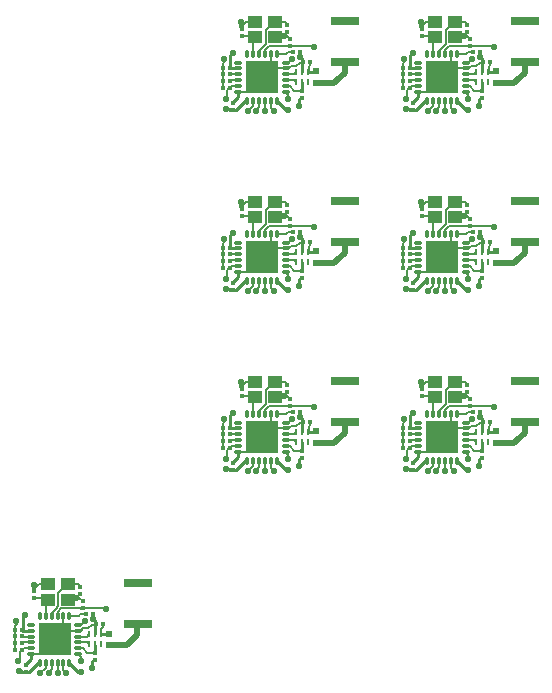
<source format=gtl>
%FSLAX24Y24*%
%MOIN*%
G70*
G01*
G75*
G04 Layer_Physical_Order=1*
G04 Layer_Color=255*
%ADD10R,0.0472X0.0394*%
%ADD11R,0.0472X0.0394*%
%ADD12R,0.0118X0.0118*%
%ADD13R,0.0118X0.0118*%
%ADD14R,0.0098X0.0217*%
%ADD15R,0.0945X0.0295*%
%ADD16R,0.1102X0.1102*%
%ADD17O,0.0295X0.0118*%
%ADD18O,0.0118X0.0295*%
%ADD19R,0.0197X0.0197*%
%ADD20C,0.0080*%
%ADD21C,0.0100*%
%ADD22C,0.0060*%
%ADD23C,0.0200*%
%ADD24C,0.0120*%
%ADD25C,0.0090*%
%ADD26C,0.0220*%
D10*
X17099Y18740D02*
D03*
Y19252D02*
D03*
X16430D02*
D03*
X23343Y25989D02*
D03*
X24012D02*
D03*
Y25478D02*
D03*
X29343Y25989D02*
D03*
X30012D02*
D03*
Y25478D02*
D03*
X23343Y31989D02*
D03*
X24012D02*
D03*
Y31478D02*
D03*
X29343Y31989D02*
D03*
X30012D02*
D03*
Y31478D02*
D03*
X23343Y37989D02*
D03*
X24012D02*
D03*
Y37478D02*
D03*
X29343Y37989D02*
D03*
X30012D02*
D03*
Y37478D02*
D03*
D11*
X16430Y18740D02*
D03*
X23343Y25478D02*
D03*
X29343D02*
D03*
X23343Y31478D02*
D03*
X29343D02*
D03*
X23343Y37478D02*
D03*
X29343D02*
D03*
D12*
X15342Y17060D02*
D03*
X15578D02*
D03*
X17682Y18250D02*
D03*
X17918D02*
D03*
X15578Y17290D02*
D03*
X15342D02*
D03*
Y17510D02*
D03*
X15578D02*
D03*
Y17730D02*
D03*
X15342D02*
D03*
X18030Y17910D02*
D03*
X18266D02*
D03*
X25179Y24648D02*
D03*
X24943D02*
D03*
X22255Y24468D02*
D03*
X22491D02*
D03*
Y24248D02*
D03*
X22255D02*
D03*
Y24028D02*
D03*
X22491D02*
D03*
X24831Y24988D02*
D03*
X24595D02*
D03*
X22491Y23798D02*
D03*
X22255D02*
D03*
X31179Y24648D02*
D03*
X30943D02*
D03*
X28255Y24468D02*
D03*
X28491D02*
D03*
Y24248D02*
D03*
X28255D02*
D03*
Y24028D02*
D03*
X28491D02*
D03*
X30831Y24988D02*
D03*
X30595D02*
D03*
X28491Y23798D02*
D03*
X28255D02*
D03*
X25179Y30648D02*
D03*
X24943D02*
D03*
X22255Y30468D02*
D03*
X22491D02*
D03*
Y30248D02*
D03*
X22255D02*
D03*
Y30028D02*
D03*
X22491D02*
D03*
X24831Y30988D02*
D03*
X24595D02*
D03*
X22491Y29798D02*
D03*
X22255D02*
D03*
X31179Y30648D02*
D03*
X30943D02*
D03*
X28255Y30468D02*
D03*
X28491D02*
D03*
Y30248D02*
D03*
X28255D02*
D03*
Y30028D02*
D03*
X28491D02*
D03*
X30831Y30988D02*
D03*
X30595D02*
D03*
X28491Y29798D02*
D03*
X28255D02*
D03*
X25179Y36648D02*
D03*
X24943D02*
D03*
X22255Y36468D02*
D03*
X22491D02*
D03*
Y36248D02*
D03*
X22255D02*
D03*
Y36028D02*
D03*
X22491D02*
D03*
X24831Y36988D02*
D03*
X24595D02*
D03*
X22491Y35798D02*
D03*
X22255D02*
D03*
X31179Y36648D02*
D03*
X30943D02*
D03*
X28255Y36468D02*
D03*
X28491D02*
D03*
Y36248D02*
D03*
X28255D02*
D03*
Y36028D02*
D03*
X28491D02*
D03*
X30831Y36988D02*
D03*
X30595D02*
D03*
X28491Y35798D02*
D03*
X28255D02*
D03*
D13*
X15700Y16568D02*
D03*
Y16332D02*
D03*
X17990Y16958D02*
D03*
Y16722D02*
D03*
X17590Y18452D02*
D03*
Y18688D02*
D03*
X15980Y18782D02*
D03*
Y19018D02*
D03*
X17500Y18932D02*
D03*
Y19168D02*
D03*
X24413Y25906D02*
D03*
Y25669D02*
D03*
X22893Y25756D02*
D03*
Y25519D02*
D03*
X24503Y25426D02*
D03*
Y25189D02*
D03*
X24903Y23459D02*
D03*
Y23696D02*
D03*
X22613Y23069D02*
D03*
Y23306D02*
D03*
X30413Y25906D02*
D03*
Y25669D02*
D03*
X28893Y25756D02*
D03*
Y25519D02*
D03*
X30503Y25426D02*
D03*
Y25189D02*
D03*
X30903Y23459D02*
D03*
Y23696D02*
D03*
X28613Y23069D02*
D03*
Y23306D02*
D03*
X24413Y31906D02*
D03*
Y31669D02*
D03*
X22893Y31756D02*
D03*
Y31519D02*
D03*
X24503Y31426D02*
D03*
Y31189D02*
D03*
X24903Y29459D02*
D03*
Y29696D02*
D03*
X22613Y29069D02*
D03*
Y29306D02*
D03*
X30413Y31906D02*
D03*
Y31669D02*
D03*
X28893Y31756D02*
D03*
Y31519D02*
D03*
X30503Y31426D02*
D03*
Y31189D02*
D03*
X30903Y29459D02*
D03*
Y29696D02*
D03*
X28613Y29069D02*
D03*
Y29306D02*
D03*
X24413Y37906D02*
D03*
Y37669D02*
D03*
X22893Y37756D02*
D03*
Y37519D02*
D03*
X24503Y37426D02*
D03*
Y37189D02*
D03*
X24903Y35459D02*
D03*
Y35696D02*
D03*
X22613Y35069D02*
D03*
Y35306D02*
D03*
X30413Y37906D02*
D03*
Y37669D02*
D03*
X28893Y37756D02*
D03*
Y37519D02*
D03*
X30503Y37426D02*
D03*
Y37189D02*
D03*
X30903Y35459D02*
D03*
Y35696D02*
D03*
X28613Y35069D02*
D03*
Y35306D02*
D03*
D14*
X17993Y17580D02*
D03*
X18190D02*
D03*
Y17245D02*
D03*
X17993D02*
D03*
X17796Y17580D02*
D03*
Y17245D02*
D03*
X24709Y23983D02*
D03*
Y24318D02*
D03*
X24906Y23983D02*
D03*
X25103D02*
D03*
Y24318D02*
D03*
X24906D02*
D03*
X30709Y23983D02*
D03*
Y24318D02*
D03*
X30906Y23983D02*
D03*
X31103D02*
D03*
Y24318D02*
D03*
X30906D02*
D03*
X24709Y29983D02*
D03*
Y30318D02*
D03*
X24906Y29983D02*
D03*
X25103D02*
D03*
Y30318D02*
D03*
X24906D02*
D03*
X30709Y29983D02*
D03*
Y30318D02*
D03*
X30906Y29983D02*
D03*
X31103D02*
D03*
Y30318D02*
D03*
X30906D02*
D03*
X24709Y35983D02*
D03*
Y36318D02*
D03*
X24906Y35983D02*
D03*
X25103D02*
D03*
Y36318D02*
D03*
X24906D02*
D03*
X30709Y35983D02*
D03*
Y36318D02*
D03*
X30906Y35983D02*
D03*
X31103D02*
D03*
Y36318D02*
D03*
X30906D02*
D03*
D15*
X19430Y17930D02*
D03*
Y19288D02*
D03*
X26343Y26026D02*
D03*
Y24668D02*
D03*
X32343Y26026D02*
D03*
Y24668D02*
D03*
X26343Y32026D02*
D03*
Y30668D02*
D03*
X32343Y32026D02*
D03*
Y30668D02*
D03*
X26343Y38026D02*
D03*
Y36668D02*
D03*
X32343Y38026D02*
D03*
Y36668D02*
D03*
D16*
X16650Y17410D02*
D03*
X23563Y24148D02*
D03*
X29563D02*
D03*
X23563Y30148D02*
D03*
X29563D02*
D03*
X23563Y36148D02*
D03*
X29563D02*
D03*
D17*
X15863Y17705D02*
D03*
Y17508D02*
D03*
Y17312D02*
D03*
Y17115D02*
D03*
Y16918D02*
D03*
X17437Y17115D02*
D03*
Y17312D02*
D03*
Y17508D02*
D03*
Y17705D02*
D03*
Y17902D02*
D03*
X15863D02*
D03*
X17437Y16918D02*
D03*
X24350Y23655D02*
D03*
X22776Y24640D02*
D03*
X24350D02*
D03*
Y24443D02*
D03*
Y24246D02*
D03*
Y24049D02*
D03*
Y23852D02*
D03*
X22776Y23655D02*
D03*
Y23852D02*
D03*
Y24049D02*
D03*
Y24246D02*
D03*
Y24443D02*
D03*
X30350Y23655D02*
D03*
X28776Y24640D02*
D03*
X30350D02*
D03*
Y24443D02*
D03*
Y24246D02*
D03*
Y24049D02*
D03*
Y23852D02*
D03*
X28776Y23655D02*
D03*
Y23852D02*
D03*
Y24049D02*
D03*
Y24246D02*
D03*
Y24443D02*
D03*
X24350Y29655D02*
D03*
X22776Y30640D02*
D03*
X24350D02*
D03*
Y30443D02*
D03*
Y30246D02*
D03*
Y30049D02*
D03*
Y29852D02*
D03*
X22776Y29655D02*
D03*
Y29852D02*
D03*
Y30049D02*
D03*
Y30246D02*
D03*
Y30443D02*
D03*
X30350Y29655D02*
D03*
X28776Y30640D02*
D03*
X30350D02*
D03*
Y30443D02*
D03*
Y30246D02*
D03*
Y30049D02*
D03*
Y29852D02*
D03*
X28776Y29655D02*
D03*
Y29852D02*
D03*
Y30049D02*
D03*
Y30246D02*
D03*
Y30443D02*
D03*
X24350Y35655D02*
D03*
X22776Y36640D02*
D03*
X24350D02*
D03*
Y36443D02*
D03*
Y36246D02*
D03*
Y36049D02*
D03*
Y35852D02*
D03*
X22776Y35655D02*
D03*
Y35852D02*
D03*
Y36049D02*
D03*
Y36246D02*
D03*
Y36443D02*
D03*
X30350Y35655D02*
D03*
X28776Y36640D02*
D03*
X30350D02*
D03*
Y36443D02*
D03*
Y36246D02*
D03*
Y36049D02*
D03*
Y35852D02*
D03*
X28776Y35655D02*
D03*
Y35852D02*
D03*
Y36049D02*
D03*
Y36246D02*
D03*
Y36443D02*
D03*
D18*
X16158Y16623D02*
D03*
X17142Y18197D02*
D03*
X16945D02*
D03*
X16748D02*
D03*
X16552D02*
D03*
X16355D02*
D03*
Y16623D02*
D03*
X16552D02*
D03*
X16748D02*
D03*
X16945D02*
D03*
X17142D02*
D03*
X16158Y18197D02*
D03*
X23071Y24935D02*
D03*
X24055Y23360D02*
D03*
X23858D02*
D03*
X23661D02*
D03*
X23465D02*
D03*
X23268D02*
D03*
Y24935D02*
D03*
X23465D02*
D03*
X23661D02*
D03*
X23858D02*
D03*
X24055D02*
D03*
X23071Y23360D02*
D03*
X29071Y24935D02*
D03*
X30055Y23360D02*
D03*
X29858D02*
D03*
X29661D02*
D03*
X29465D02*
D03*
X29268D02*
D03*
Y24935D02*
D03*
X29465D02*
D03*
X29661D02*
D03*
X29858D02*
D03*
X30055D02*
D03*
X29071Y23360D02*
D03*
X23071Y30935D02*
D03*
X24055Y29360D02*
D03*
X23858D02*
D03*
X23661D02*
D03*
X23465D02*
D03*
X23268D02*
D03*
Y30935D02*
D03*
X23465D02*
D03*
X23661D02*
D03*
X23858D02*
D03*
X24055D02*
D03*
X23071Y29360D02*
D03*
X29071Y30935D02*
D03*
X30055Y29360D02*
D03*
X29858D02*
D03*
X29661D02*
D03*
X29465D02*
D03*
X29268D02*
D03*
Y30935D02*
D03*
X29465D02*
D03*
X29661D02*
D03*
X29858D02*
D03*
X30055D02*
D03*
X29071Y29360D02*
D03*
X23071Y36935D02*
D03*
X24055Y35360D02*
D03*
X23858D02*
D03*
X23661D02*
D03*
X23465D02*
D03*
X23268D02*
D03*
Y36935D02*
D03*
X23465D02*
D03*
X23661D02*
D03*
X23858D02*
D03*
X24055D02*
D03*
X23071Y35360D02*
D03*
X29071Y36935D02*
D03*
X30055Y35360D02*
D03*
X29858D02*
D03*
X29661D02*
D03*
X29465D02*
D03*
X29268D02*
D03*
Y36935D02*
D03*
X29465D02*
D03*
X29661D02*
D03*
X29858D02*
D03*
X30055D02*
D03*
X29071Y35360D02*
D03*
D19*
X18460Y17607D02*
D03*
Y17213D02*
D03*
X25373Y23951D02*
D03*
Y24344D02*
D03*
X31373Y23951D02*
D03*
Y24344D02*
D03*
X25373Y29951D02*
D03*
Y30344D02*
D03*
X31373Y29951D02*
D03*
Y30344D02*
D03*
X25373Y35951D02*
D03*
Y36344D02*
D03*
X31373Y35951D02*
D03*
Y36344D02*
D03*
D20*
X17532Y17902D02*
X17650Y18020D01*
X17437Y17902D02*
X17532D01*
X16650Y17410D02*
X16945Y17705D01*
X16158Y16918D02*
X16650Y17410D01*
X15342Y17862D02*
X15400Y17920D01*
X15342Y17730D02*
Y17862D01*
Y17060D02*
Y17290D01*
Y17510D01*
Y17730D01*
X16945Y17705D02*
Y18197D01*
Y17705D02*
X17437D01*
X15863Y16918D02*
X16158D01*
X16748Y16292D02*
Y16623D01*
Y16292D02*
X16750Y16290D01*
X16945Y16395D02*
Y16623D01*
Y16395D02*
X17040Y16300D01*
X15660Y18220D02*
X15670D01*
X15380Y17940D02*
X15400Y17920D01*
X15380Y17940D02*
Y18010D01*
X17437Y17115D02*
X17585D01*
X17732Y16968D01*
X17990D01*
X18210Y17766D02*
X18266Y17822D01*
Y17910D01*
X18210Y17580D02*
Y17766D01*
X17437Y17508D02*
X17725D01*
X17796Y17580D01*
X17437Y17312D02*
X17730D01*
X17796Y17245D01*
X24643Y24049D02*
X24709Y23983D01*
X24350Y24049D02*
X24643D01*
X24638Y24246D02*
X24709Y24318D01*
X24350Y24246D02*
X24638D01*
X25123Y24318D02*
Y24504D01*
X25179Y24560D02*
Y24648D01*
X25123Y24504D02*
X25179Y24560D01*
X24645Y23706D02*
X24903D01*
X24498Y23852D02*
X24645Y23706D01*
X24350Y23852D02*
X24498D01*
X22293Y24678D02*
Y24748D01*
Y24678D02*
X22313Y24658D01*
X22573Y24958D02*
X22583D01*
X23858Y23132D02*
X23953Y23038D01*
X23858Y23132D02*
Y23360D01*
X23661Y23029D02*
X23663Y23028D01*
X23661Y23029D02*
Y23360D01*
X22776Y23655D02*
X23071D01*
X23858Y24443D02*
X24350D01*
X23858D02*
Y24935D01*
X22255Y24248D02*
Y24468D01*
Y24028D02*
Y24248D01*
Y23798D02*
Y24028D01*
Y24468D02*
Y24599D01*
X22313Y24658D01*
X23071Y23655D02*
X23563Y24148D01*
X23858Y24443D01*
X24350Y24640D02*
X24445D01*
X24563Y24758D01*
X30643Y24049D02*
X30709Y23983D01*
X30350Y24049D02*
X30643D01*
X30638Y24246D02*
X30709Y24318D01*
X30350Y24246D02*
X30638D01*
X31123Y24318D02*
Y24504D01*
X31179Y24560D02*
Y24648D01*
X31123Y24504D02*
X31179Y24560D01*
X30645Y23706D02*
X30903D01*
X30498Y23852D02*
X30645Y23706D01*
X30350Y23852D02*
X30498D01*
X28293Y24678D02*
Y24748D01*
Y24678D02*
X28313Y24658D01*
X28573Y24958D02*
X28583D01*
X29858Y23132D02*
X29953Y23038D01*
X29858Y23132D02*
Y23360D01*
X29661Y23029D02*
X29663Y23028D01*
X29661Y23029D02*
Y23360D01*
X28776Y23655D02*
X29071D01*
X29858Y24443D02*
X30350D01*
X29858D02*
Y24935D01*
X28255Y24248D02*
Y24468D01*
Y24028D02*
Y24248D01*
Y23798D02*
Y24028D01*
Y24468D02*
Y24599D01*
X28313Y24658D01*
X29071Y23655D02*
X29563Y24148D01*
X29858Y24443D01*
X30350Y24640D02*
X30445D01*
X30563Y24758D01*
X24643Y30049D02*
X24709Y29983D01*
X24350Y30049D02*
X24643D01*
X24638Y30246D02*
X24709Y30318D01*
X24350Y30246D02*
X24638D01*
X25123Y30318D02*
Y30504D01*
X25179Y30560D02*
Y30648D01*
X25123Y30504D02*
X25179Y30560D01*
X24645Y29706D02*
X24903D01*
X24498Y29852D02*
X24645Y29706D01*
X24350Y29852D02*
X24498D01*
X22293Y30678D02*
Y30748D01*
Y30678D02*
X22313Y30658D01*
X22573Y30958D02*
X22583D01*
X23858Y29132D02*
X23953Y29038D01*
X23858Y29132D02*
Y29360D01*
X23661Y29029D02*
X23663Y29028D01*
X23661Y29029D02*
Y29360D01*
X22776Y29655D02*
X23071D01*
X23858Y30443D02*
X24350D01*
X23858D02*
Y30935D01*
X22255Y30248D02*
Y30468D01*
Y30028D02*
Y30248D01*
Y29798D02*
Y30028D01*
Y30468D02*
Y30599D01*
X22313Y30658D01*
X23071Y29655D02*
X23563Y30148D01*
X23858Y30443D01*
X24350Y30640D02*
X24445D01*
X24563Y30758D01*
X30643Y30049D02*
X30709Y29983D01*
X30350Y30049D02*
X30643D01*
X30638Y30246D02*
X30709Y30318D01*
X30350Y30246D02*
X30638D01*
X31123Y30318D02*
Y30504D01*
X31179Y30560D02*
Y30648D01*
X31123Y30504D02*
X31179Y30560D01*
X30645Y29706D02*
X30903D01*
X30498Y29852D02*
X30645Y29706D01*
X30350Y29852D02*
X30498D01*
X28293Y30678D02*
Y30748D01*
Y30678D02*
X28313Y30658D01*
X28573Y30958D02*
X28583D01*
X29858Y29132D02*
X29953Y29038D01*
X29858Y29132D02*
Y29360D01*
X29661Y29029D02*
X29663Y29028D01*
X29661Y29029D02*
Y29360D01*
X28776Y29655D02*
X29071D01*
X29858Y30443D02*
X30350D01*
X29858D02*
Y30935D01*
X28255Y30248D02*
Y30468D01*
Y30028D02*
Y30248D01*
Y29798D02*
Y30028D01*
Y30468D02*
Y30599D01*
X28313Y30658D01*
X29071Y29655D02*
X29563Y30148D01*
X29858Y30443D01*
X30350Y30640D02*
X30445D01*
X30563Y30758D01*
X24643Y36049D02*
X24709Y35983D01*
X24350Y36049D02*
X24643D01*
X24638Y36246D02*
X24709Y36318D01*
X24350Y36246D02*
X24638D01*
X25123Y36318D02*
Y36504D01*
X25179Y36560D02*
Y36648D01*
X25123Y36504D02*
X25179Y36560D01*
X24645Y35706D02*
X24903D01*
X24498Y35852D02*
X24645Y35706D01*
X24350Y35852D02*
X24498D01*
X22293Y36678D02*
Y36748D01*
Y36678D02*
X22313Y36658D01*
X22573Y36958D02*
X22583D01*
X23858Y35132D02*
X23953Y35038D01*
X23858Y35132D02*
Y35360D01*
X23661Y35029D02*
X23663Y35028D01*
X23661Y35029D02*
Y35360D01*
X22776Y35655D02*
X23071D01*
X23858Y36443D02*
X24350D01*
X23858D02*
Y36935D01*
X22255Y36248D02*
Y36468D01*
Y36028D02*
Y36248D01*
Y35798D02*
Y36028D01*
Y36468D02*
Y36599D01*
X22313Y36658D01*
X23071Y35655D02*
X23563Y36148D01*
X23858Y36443D01*
X24350Y36640D02*
X24445D01*
X24563Y36758D01*
X30643Y36049D02*
X30709Y35983D01*
X30350Y36049D02*
X30643D01*
X30638Y36246D02*
X30709Y36318D01*
X30350Y36246D02*
X30638D01*
X31123Y36318D02*
Y36504D01*
X31179Y36560D02*
Y36648D01*
X31123Y36504D02*
X31179Y36560D01*
X30645Y35706D02*
X30903D01*
X30498Y35852D02*
X30645Y35706D01*
X30350Y35852D02*
X30498D01*
X28293Y36678D02*
Y36748D01*
Y36678D02*
X28313Y36658D01*
X28573Y36958D02*
X28583D01*
X29858Y35132D02*
X29953Y35038D01*
X29858Y35132D02*
Y35360D01*
X29661Y35029D02*
X29663Y35028D01*
X29661Y35029D02*
Y35360D01*
X28776Y35655D02*
X29071D01*
X29858Y36443D02*
X30350D01*
X29858D02*
Y36935D01*
X28255Y36248D02*
Y36468D01*
Y36028D02*
Y36248D01*
Y35798D02*
Y36028D01*
Y36468D02*
Y36599D01*
X28313Y36658D01*
X29071Y35655D02*
X29563Y36148D01*
X29858Y36443D01*
X30350Y36640D02*
X30445D01*
X30563Y36758D01*
D21*
X17918Y18250D02*
X17930Y18238D01*
Y18080D02*
Y18238D01*
X17890Y16450D02*
Y16692D01*
X18353Y17580D02*
X18390Y17617D01*
X15450Y16360D02*
X15540D01*
X15570Y16330D01*
X15698D01*
X15700Y16332D01*
X15798D01*
X16089Y16623D01*
X16158D01*
X15700Y16568D02*
Y16600D01*
X15863Y16763D01*
Y16918D01*
X17142Y16623D02*
X17435Y16330D01*
X17520D01*
X15578Y17730D02*
X15600Y17752D01*
Y18160D01*
X15660Y18220D01*
X18210Y17580D02*
X18353D01*
X17993D02*
Y17873D01*
X18021Y17901D01*
X18030Y17910D02*
Y17980D01*
X17930Y18080D02*
X18030Y17980D01*
X15578Y17730D02*
X15603Y17705D01*
X15863D01*
X22516Y24443D02*
X22776D01*
X22491Y24468D02*
X22516Y24443D01*
X24843Y24818D02*
X24943Y24718D01*
Y24648D02*
Y24718D01*
X24906Y24611D02*
X24934Y24639D01*
X24906Y24318D02*
Y24611D01*
X25123Y24318D02*
X25266D01*
X22513Y24898D02*
X22573Y24958D01*
X22513Y24489D02*
Y24898D01*
X22491Y24468D02*
X22513Y24489D01*
X24348Y23068D02*
X24433D01*
X24055Y23360D02*
X24348Y23068D01*
X22776Y23500D02*
Y23655D01*
X22613Y23338D02*
X22776Y23500D01*
X22613Y23306D02*
Y23338D01*
X23002Y23360D02*
X23071D01*
X22711Y23069D02*
X23002Y23360D01*
X22613Y23069D02*
X22711D01*
X22611Y23068D02*
X22613Y23069D01*
X22483Y23068D02*
X22611D01*
X22453Y23098D02*
X22483Y23068D01*
X22363Y23098D02*
X22453D01*
X25266Y24318D02*
X25303Y24354D01*
X24803Y23188D02*
Y23429D01*
X24843Y24818D02*
Y24976D01*
X24831Y24988D02*
X24843Y24976D01*
X28516Y24443D02*
X28776D01*
X28491Y24468D02*
X28516Y24443D01*
X30843Y24818D02*
X30943Y24718D01*
Y24648D02*
Y24718D01*
X30906Y24611D02*
X30934Y24639D01*
X30906Y24318D02*
Y24611D01*
X31123Y24318D02*
X31266D01*
X28513Y24898D02*
X28573Y24958D01*
X28513Y24489D02*
Y24898D01*
X28491Y24468D02*
X28513Y24489D01*
X30348Y23068D02*
X30433D01*
X30055Y23360D02*
X30348Y23068D01*
X28776Y23500D02*
Y23655D01*
X28613Y23338D02*
X28776Y23500D01*
X28613Y23306D02*
Y23338D01*
X29002Y23360D02*
X29071D01*
X28711Y23069D02*
X29002Y23360D01*
X28613Y23069D02*
X28711D01*
X28611Y23068D02*
X28613Y23069D01*
X28483Y23068D02*
X28611D01*
X28453Y23098D02*
X28483Y23068D01*
X28363Y23098D02*
X28453D01*
X31266Y24318D02*
X31303Y24354D01*
X30803Y23188D02*
Y23429D01*
X30843Y24818D02*
Y24976D01*
X30831Y24988D02*
X30843Y24976D01*
X22516Y30443D02*
X22776D01*
X22491Y30468D02*
X22516Y30443D01*
X24843Y30818D02*
X24943Y30718D01*
Y30648D02*
Y30718D01*
X24906Y30611D02*
X24934Y30639D01*
X24906Y30318D02*
Y30611D01*
X25123Y30318D02*
X25266D01*
X22513Y30898D02*
X22573Y30958D01*
X22513Y30489D02*
Y30898D01*
X22491Y30468D02*
X22513Y30489D01*
X24348Y29068D02*
X24433D01*
X24055Y29360D02*
X24348Y29068D01*
X22776Y29500D02*
Y29655D01*
X22613Y29338D02*
X22776Y29500D01*
X22613Y29306D02*
Y29338D01*
X23002Y29360D02*
X23071D01*
X22711Y29069D02*
X23002Y29360D01*
X22613Y29069D02*
X22711D01*
X22611Y29068D02*
X22613Y29069D01*
X22483Y29068D02*
X22611D01*
X22453Y29098D02*
X22483Y29068D01*
X22363Y29098D02*
X22453D01*
X25266Y30318D02*
X25303Y30354D01*
X24803Y29188D02*
Y29429D01*
X24843Y30818D02*
Y30976D01*
X24831Y30988D02*
X24843Y30976D01*
X28516Y30443D02*
X28776D01*
X28491Y30468D02*
X28516Y30443D01*
X30843Y30818D02*
X30943Y30718D01*
Y30648D02*
Y30718D01*
X30906Y30611D02*
X30934Y30639D01*
X30906Y30318D02*
Y30611D01*
X31123Y30318D02*
X31266D01*
X28513Y30898D02*
X28573Y30958D01*
X28513Y30489D02*
Y30898D01*
X28491Y30468D02*
X28513Y30489D01*
X30348Y29068D02*
X30433D01*
X30055Y29360D02*
X30348Y29068D01*
X28776Y29500D02*
Y29655D01*
X28613Y29338D02*
X28776Y29500D01*
X28613Y29306D02*
Y29338D01*
X29002Y29360D02*
X29071D01*
X28711Y29069D02*
X29002Y29360D01*
X28613Y29069D02*
X28711D01*
X28611Y29068D02*
X28613Y29069D01*
X28483Y29068D02*
X28611D01*
X28453Y29098D02*
X28483Y29068D01*
X28363Y29098D02*
X28453D01*
X31266Y30318D02*
X31303Y30354D01*
X30803Y29188D02*
Y29429D01*
X30843Y30818D02*
Y30976D01*
X30831Y30988D02*
X30843Y30976D01*
X22516Y36443D02*
X22776D01*
X22491Y36468D02*
X22516Y36443D01*
X24843Y36818D02*
X24943Y36718D01*
Y36648D02*
Y36718D01*
X24906Y36611D02*
X24934Y36639D01*
X24906Y36318D02*
Y36611D01*
X25123Y36318D02*
X25266D01*
X22513Y36898D02*
X22573Y36958D01*
X22513Y36489D02*
Y36898D01*
X22491Y36468D02*
X22513Y36489D01*
X24348Y35068D02*
X24433D01*
X24055Y35360D02*
X24348Y35068D01*
X22776Y35500D02*
Y35655D01*
X22613Y35338D02*
X22776Y35500D01*
X22613Y35306D02*
Y35338D01*
X23002Y35360D02*
X23071D01*
X22711Y35069D02*
X23002Y35360D01*
X22613Y35069D02*
X22711D01*
X22611Y35068D02*
X22613Y35069D01*
X22483Y35068D02*
X22611D01*
X22453Y35098D02*
X22483Y35068D01*
X22363Y35098D02*
X22453D01*
X25266Y36318D02*
X25303Y36354D01*
X24803Y35188D02*
Y35429D01*
X24843Y36818D02*
Y36976D01*
X24831Y36988D02*
X24843Y36976D01*
X28516Y36443D02*
X28776D01*
X28491Y36468D02*
X28516Y36443D01*
X30843Y36818D02*
X30943Y36718D01*
Y36648D02*
Y36718D01*
X30906Y36611D02*
X30934Y36639D01*
X30906Y36318D02*
Y36611D01*
X31123Y36318D02*
X31266D01*
X28513Y36898D02*
X28573Y36958D01*
X28513Y36489D02*
Y36898D01*
X28491Y36468D02*
X28513Y36489D01*
X30348Y35068D02*
X30433D01*
X30055Y35360D02*
X30348Y35068D01*
X28776Y35500D02*
Y35655D01*
X28613Y35338D02*
X28776Y35500D01*
X28613Y35306D02*
Y35338D01*
X29002Y35360D02*
X29071D01*
X28711Y35069D02*
X29002Y35360D01*
X28613Y35069D02*
X28711D01*
X28611Y35068D02*
X28613Y35069D01*
X28483Y35068D02*
X28611D01*
X28453Y35098D02*
X28483Y35068D01*
X28363Y35098D02*
X28453D01*
X31266Y36318D02*
X31303Y36354D01*
X30803Y35188D02*
Y35429D01*
X30843Y36818D02*
Y36976D01*
X30831Y36988D02*
X30843Y36976D01*
D22*
X17540Y17705D02*
X17613Y17778D01*
X17437Y17705D02*
X17540D01*
X17780Y17778D02*
X17903Y17901D01*
X17613Y17778D02*
X17780D01*
X17099Y18740D02*
X17308D01*
X17416Y19252D02*
X17500Y19168D01*
X17099Y19252D02*
X17416D01*
X16132D02*
X16430D01*
X16355Y18197D02*
Y18665D01*
X16430Y18740D01*
X17051Y19252D02*
X17099D01*
X16773Y18513D02*
Y18974D01*
X16695Y18435D02*
X16773Y18513D01*
Y18974D02*
X17051Y19252D01*
X16687Y18435D02*
X16695D01*
X16552Y18300D02*
X16687Y18435D01*
X16552Y18197D02*
Y18300D01*
X16748Y18197D02*
Y18314D01*
X16879Y18445D01*
X15578Y17060D02*
X15633Y17115D01*
X15863D01*
X15578Y17290D02*
X15600Y17312D01*
X15863D01*
X15578Y17510D02*
X15580Y17508D01*
X15863D01*
X15500Y16982D02*
X15578Y17060D01*
X15980Y18782D02*
X16388D01*
X16430Y18740D01*
X15980Y19018D02*
Y19100D01*
X17142Y18197D02*
X17460D01*
X17437Y16918D02*
X17530Y16825D01*
Y16690D02*
Y16825D01*
X16879Y18445D02*
X17537D01*
X17542Y18440D01*
X18358Y18452D02*
X18380Y18430D01*
X17590Y18452D02*
X18358D01*
X17513Y18250D02*
X17682D01*
X17460Y18197D02*
X17513Y18250D01*
X15440Y16680D02*
X15500Y16740D01*
Y16982D01*
X17380Y18800D02*
X17478D01*
X17590Y18688D01*
X18021Y17901D02*
X18030Y17910D01*
X17903Y17901D02*
X18021D01*
X15980Y19100D02*
X16132Y19252D01*
X17308Y18740D02*
X17500Y18932D01*
X16174Y16286D02*
X16355Y16467D01*
Y16623D01*
X16464Y16288D02*
Y16327D01*
X16552Y16415D01*
Y16623D01*
X23465Y23152D02*
Y23360D01*
X23377Y23064D02*
X23465Y23152D01*
X23377Y23026D02*
Y23064D01*
X23268Y23205D02*
Y23360D01*
X23087Y23024D02*
X23268Y23205D01*
X24221Y25478D02*
X24413Y25669D01*
X22893Y25838D02*
X23045Y25989D01*
X24816Y24639D02*
X24934D01*
X24943Y24648D01*
X24391Y25538D02*
X24503Y25426D01*
X24293Y25538D02*
X24391D01*
X22413Y23478D02*
Y23719D01*
X22353Y23418D02*
X22413Y23478D01*
X24373Y24935D02*
X24426Y24988D01*
X24595D01*
X24503Y25189D02*
X25271D01*
X25293Y25168D01*
X24450Y25183D02*
X24455Y25178D01*
X23792Y25183D02*
X24450D01*
X24443Y23428D02*
Y23563D01*
X24350Y23655D02*
X24443Y23563D01*
X24055Y24935D02*
X24373D01*
X22893Y25756D02*
Y25838D01*
X23301Y25519D02*
X23343Y25478D01*
X22893Y25519D02*
X23301D01*
X22413Y23719D02*
X22491Y23798D01*
X22493Y24246D02*
X22776D01*
X22491Y24248D02*
X22493Y24246D01*
X22513Y24049D02*
X22776D01*
X22491Y24028D02*
X22513Y24049D01*
X22546Y23852D02*
X22776D01*
X22491Y23798D02*
X22546Y23852D01*
X23661Y25052D02*
X23792Y25183D01*
X23661Y24935D02*
Y25052D01*
X23465Y24935D02*
Y25038D01*
X23600Y25173D01*
X23608D01*
X23686Y25712D02*
X23964Y25989D01*
X23608Y25173D02*
X23686Y25251D01*
Y25712D01*
X23964Y25989D02*
X24012D01*
X23268Y25402D02*
X23343Y25478D01*
X23268Y24935D02*
Y25402D01*
X23045Y25989D02*
X23343D01*
X24012D02*
X24329D01*
X24413Y25906D01*
X24012Y25478D02*
X24221D01*
X24526Y24516D02*
X24693D01*
X24816Y24639D01*
X24350Y24443D02*
X24453D01*
X24526Y24516D01*
X29465Y23152D02*
Y23360D01*
X29377Y23064D02*
X29465Y23152D01*
X29377Y23026D02*
Y23064D01*
X29268Y23205D02*
Y23360D01*
X29087Y23024D02*
X29268Y23205D01*
X30221Y25478D02*
X30413Y25669D01*
X28893Y25838D02*
X29045Y25989D01*
X30816Y24639D02*
X30934D01*
X30943Y24648D01*
X30391Y25538D02*
X30503Y25426D01*
X30293Y25538D02*
X30391D01*
X28413Y23478D02*
Y23719D01*
X28353Y23418D02*
X28413Y23478D01*
X30373Y24935D02*
X30426Y24988D01*
X30595D01*
X30503Y25189D02*
X31271D01*
X31293Y25168D01*
X30450Y25183D02*
X30455Y25178D01*
X29792Y25183D02*
X30450D01*
X30443Y23428D02*
Y23563D01*
X30350Y23655D02*
X30443Y23563D01*
X30055Y24935D02*
X30373D01*
X28893Y25756D02*
Y25838D01*
X29301Y25519D02*
X29343Y25478D01*
X28893Y25519D02*
X29301D01*
X28413Y23719D02*
X28491Y23798D01*
X28493Y24246D02*
X28776D01*
X28491Y24248D02*
X28493Y24246D01*
X28513Y24049D02*
X28776D01*
X28491Y24028D02*
X28513Y24049D01*
X28546Y23852D02*
X28776D01*
X28491Y23798D02*
X28546Y23852D01*
X29661Y25052D02*
X29792Y25183D01*
X29661Y24935D02*
Y25052D01*
X29465Y24935D02*
Y25038D01*
X29600Y25173D01*
X29608D01*
X29686Y25712D02*
X29964Y25989D01*
X29608Y25173D02*
X29686Y25251D01*
Y25712D01*
X29964Y25989D02*
X30012D01*
X29268Y25402D02*
X29343Y25478D01*
X29268Y24935D02*
Y25402D01*
X29045Y25989D02*
X29343D01*
X30012D02*
X30329D01*
X30413Y25906D01*
X30012Y25478D02*
X30221D01*
X30526Y24516D02*
X30693D01*
X30816Y24639D01*
X30350Y24443D02*
X30453D01*
X30526Y24516D01*
X23465Y29152D02*
Y29360D01*
X23377Y29064D02*
X23465Y29152D01*
X23377Y29026D02*
Y29064D01*
X23268Y29205D02*
Y29360D01*
X23087Y29024D02*
X23268Y29205D01*
X24221Y31478D02*
X24413Y31669D01*
X22893Y31838D02*
X23045Y31989D01*
X24816Y30639D02*
X24934D01*
X24943Y30648D01*
X24391Y31538D02*
X24503Y31426D01*
X24293Y31538D02*
X24391D01*
X22413Y29478D02*
Y29719D01*
X22353Y29418D02*
X22413Y29478D01*
X24373Y30935D02*
X24426Y30988D01*
X24595D01*
X24503Y31189D02*
X25271D01*
X25293Y31168D01*
X24450Y31183D02*
X24455Y31178D01*
X23792Y31183D02*
X24450D01*
X24443Y29428D02*
Y29563D01*
X24350Y29655D02*
X24443Y29563D01*
X24055Y30935D02*
X24373D01*
X22893Y31756D02*
Y31838D01*
X23301Y31519D02*
X23343Y31478D01*
X22893Y31519D02*
X23301D01*
X22413Y29719D02*
X22491Y29798D01*
X22493Y30246D02*
X22776D01*
X22491Y30248D02*
X22493Y30246D01*
X22513Y30049D02*
X22776D01*
X22491Y30028D02*
X22513Y30049D01*
X22546Y29852D02*
X22776D01*
X22491Y29798D02*
X22546Y29852D01*
X23661Y31052D02*
X23792Y31183D01*
X23661Y30935D02*
Y31052D01*
X23465Y30935D02*
Y31038D01*
X23600Y31173D01*
X23608D01*
X23686Y31712D02*
X23964Y31989D01*
X23608Y31173D02*
X23686Y31251D01*
Y31712D01*
X23964Y31989D02*
X24012D01*
X23268Y31402D02*
X23343Y31478D01*
X23268Y30935D02*
Y31402D01*
X23045Y31989D02*
X23343D01*
X24012D02*
X24329D01*
X24413Y31906D01*
X24012Y31478D02*
X24221D01*
X24526Y30516D02*
X24693D01*
X24816Y30639D01*
X24350Y30443D02*
X24453D01*
X24526Y30516D01*
X29465Y29152D02*
Y29360D01*
X29377Y29064D02*
X29465Y29152D01*
X29377Y29026D02*
Y29064D01*
X29268Y29205D02*
Y29360D01*
X29087Y29024D02*
X29268Y29205D01*
X30221Y31478D02*
X30413Y31669D01*
X28893Y31838D02*
X29045Y31989D01*
X30816Y30639D02*
X30934D01*
X30943Y30648D01*
X30391Y31538D02*
X30503Y31426D01*
X30293Y31538D02*
X30391D01*
X28413Y29478D02*
Y29719D01*
X28353Y29418D02*
X28413Y29478D01*
X30373Y30935D02*
X30426Y30988D01*
X30595D01*
X30503Y31189D02*
X31271D01*
X31293Y31168D01*
X30450Y31183D02*
X30455Y31178D01*
X29792Y31183D02*
X30450D01*
X30443Y29428D02*
Y29563D01*
X30350Y29655D02*
X30443Y29563D01*
X30055Y30935D02*
X30373D01*
X28893Y31756D02*
Y31838D01*
X29301Y31519D02*
X29343Y31478D01*
X28893Y31519D02*
X29301D01*
X28413Y29719D02*
X28491Y29798D01*
X28493Y30246D02*
X28776D01*
X28491Y30248D02*
X28493Y30246D01*
X28513Y30049D02*
X28776D01*
X28491Y30028D02*
X28513Y30049D01*
X28546Y29852D02*
X28776D01*
X28491Y29798D02*
X28546Y29852D01*
X29661Y31052D02*
X29792Y31183D01*
X29661Y30935D02*
Y31052D01*
X29465Y30935D02*
Y31038D01*
X29600Y31173D01*
X29608D01*
X29686Y31712D02*
X29964Y31989D01*
X29608Y31173D02*
X29686Y31251D01*
Y31712D01*
X29964Y31989D02*
X30012D01*
X29268Y31402D02*
X29343Y31478D01*
X29268Y30935D02*
Y31402D01*
X29045Y31989D02*
X29343D01*
X30012D02*
X30329D01*
X30413Y31906D01*
X30012Y31478D02*
X30221D01*
X30526Y30516D02*
X30693D01*
X30816Y30639D01*
X30350Y30443D02*
X30453D01*
X30526Y30516D01*
X23465Y35152D02*
Y35360D01*
X23377Y35064D02*
X23465Y35152D01*
X23377Y35026D02*
Y35064D01*
X23268Y35205D02*
Y35360D01*
X23087Y35024D02*
X23268Y35205D01*
X24221Y37478D02*
X24413Y37669D01*
X22893Y37838D02*
X23045Y37989D01*
X24816Y36639D02*
X24934D01*
X24943Y36648D01*
X24391Y37538D02*
X24503Y37426D01*
X24293Y37538D02*
X24391D01*
X22413Y35478D02*
Y35719D01*
X22353Y35418D02*
X22413Y35478D01*
X24373Y36935D02*
X24426Y36988D01*
X24595D01*
X24503Y37189D02*
X25271D01*
X25293Y37168D01*
X24450Y37183D02*
X24455Y37178D01*
X23792Y37183D02*
X24450D01*
X24443Y35428D02*
Y35563D01*
X24350Y35655D02*
X24443Y35563D01*
X24055Y36935D02*
X24373D01*
X22893Y37756D02*
Y37838D01*
X23301Y37519D02*
X23343Y37478D01*
X22893Y37519D02*
X23301D01*
X22413Y35719D02*
X22491Y35798D01*
X22493Y36246D02*
X22776D01*
X22491Y36248D02*
X22493Y36246D01*
X22513Y36049D02*
X22776D01*
X22491Y36028D02*
X22513Y36049D01*
X22546Y35852D02*
X22776D01*
X22491Y35798D02*
X22546Y35852D01*
X23661Y37052D02*
X23792Y37183D01*
X23661Y36935D02*
Y37052D01*
X23465Y36935D02*
Y37038D01*
X23600Y37173D01*
X23608D01*
X23686Y37712D02*
X23964Y37989D01*
X23608Y37173D02*
X23686Y37251D01*
Y37712D01*
X23964Y37989D02*
X24012D01*
X23268Y37402D02*
X23343Y37478D01*
X23268Y36935D02*
Y37402D01*
X23045Y37989D02*
X23343D01*
X24012D02*
X24329D01*
X24413Y37906D01*
X24012Y37478D02*
X24221D01*
X24526Y36516D02*
X24693D01*
X24816Y36639D01*
X24350Y36443D02*
X24453D01*
X24526Y36516D01*
X29465Y35152D02*
Y35360D01*
X29377Y35064D02*
X29465Y35152D01*
X29377Y35026D02*
Y35064D01*
X29268Y35205D02*
Y35360D01*
X29087Y35024D02*
X29268Y35205D01*
X30221Y37478D02*
X30413Y37669D01*
X28893Y37838D02*
X29045Y37989D01*
X30816Y36639D02*
X30934D01*
X30943Y36648D01*
X30391Y37538D02*
X30503Y37426D01*
X30293Y37538D02*
X30391D01*
X28413Y35478D02*
Y35719D01*
X28353Y35418D02*
X28413Y35478D01*
X30373Y36935D02*
X30426Y36988D01*
X30595D01*
X30503Y37189D02*
X31271D01*
X31293Y37168D01*
X30450Y37183D02*
X30455Y37178D01*
X29792Y37183D02*
X30450D01*
X30443Y35428D02*
Y35563D01*
X30350Y35655D02*
X30443Y35563D01*
X30055Y36935D02*
X30373D01*
X28893Y37756D02*
Y37838D01*
X29301Y37519D02*
X29343Y37478D01*
X28893Y37519D02*
X29301D01*
X28413Y35719D02*
X28491Y35798D01*
X28493Y36246D02*
X28776D01*
X28491Y36248D02*
X28493Y36246D01*
X28513Y36049D02*
X28776D01*
X28491Y36028D02*
X28513Y36049D01*
X28546Y35852D02*
X28776D01*
X28491Y35798D02*
X28546Y35852D01*
X29661Y37052D02*
X29792Y37183D01*
X29661Y36935D02*
Y37052D01*
X29465Y36935D02*
Y37038D01*
X29600Y37173D01*
X29608D01*
X29686Y37712D02*
X29964Y37989D01*
X29608Y37173D02*
X29686Y37251D01*
Y37712D01*
X29964Y37989D02*
X30012D01*
X29268Y37402D02*
X29343Y37478D01*
X29268Y36935D02*
Y37402D01*
X29045Y37989D02*
X29343D01*
X30012D02*
X30329D01*
X30413Y37906D01*
X30012Y37478D02*
X30221D01*
X30526Y36516D02*
X30693D01*
X30816Y36639D01*
X30350Y36443D02*
X30453D01*
X30526Y36516D01*
D23*
X19410Y17910D02*
X19430Y17930D01*
X19410Y17560D02*
Y17910D01*
X19160Y17310D02*
X19410Y17560D01*
X18460Y17213D02*
X19063D01*
X19160Y17310D01*
X25976Y23951D02*
X26073Y24048D01*
X25373Y23951D02*
X25976D01*
X26073Y24048D02*
X26323Y24298D01*
Y24648D01*
X26343Y24668D01*
X31976Y23951D02*
X32073Y24048D01*
X31373Y23951D02*
X31976D01*
X32073Y24048D02*
X32323Y24298D01*
Y24648D01*
X32343Y24668D01*
X25976Y29951D02*
X26073Y30048D01*
X25373Y29951D02*
X25976D01*
X26073Y30048D02*
X26323Y30298D01*
Y30648D01*
X26343Y30668D01*
X31976Y29951D02*
X32073Y30048D01*
X31373Y29951D02*
X31976D01*
X32073Y30048D02*
X32323Y30298D01*
Y30648D01*
X32343Y30668D01*
X25976Y35951D02*
X26073Y36048D01*
X25373Y35951D02*
X25976D01*
X26073Y36048D02*
X26323Y36298D01*
Y36648D01*
X26343Y36668D01*
X31976Y35951D02*
X32073Y36048D01*
X31373Y35951D02*
X31976D01*
X32073Y36048D02*
X32323Y36298D01*
Y36648D01*
X32343Y36668D01*
D24*
X15960Y19100D02*
Y19240D01*
Y19100D02*
X15980D01*
X22873Y25838D02*
X22893D01*
X22873D02*
Y25978D01*
X28873Y25838D02*
X28893D01*
X28873D02*
Y25978D01*
X22873Y31838D02*
X22893D01*
X22873D02*
Y31978D01*
X28873Y31838D02*
X28893D01*
X28873D02*
Y31978D01*
X22873Y37838D02*
X22893D01*
X22873D02*
Y37978D01*
X28873Y37838D02*
X28893D01*
X28873D02*
Y37978D01*
D25*
X17990Y16968D02*
Y17242D01*
X24903Y23706D02*
Y23980D01*
X30903Y23706D02*
Y23980D01*
X24903Y29706D02*
Y29980D01*
X30903Y29706D02*
Y29980D01*
X24903Y35706D02*
Y35980D01*
X30903Y35706D02*
Y35980D01*
D26*
X17930Y18080D02*
D03*
X17040Y16300D02*
D03*
X16750Y16290D02*
D03*
X15450Y16360D02*
D03*
X17520Y16330D02*
D03*
X17530Y16690D02*
D03*
X16350Y17740D02*
D03*
X16740Y17100D02*
D03*
X17650Y18020D02*
D03*
X18380Y18430D02*
D03*
X15670Y18220D02*
D03*
X17890Y16450D02*
D03*
X15440Y16680D02*
D03*
X17380Y18800D02*
D03*
X15380Y18010D02*
D03*
X15960Y19240D02*
D03*
X16174Y16286D02*
D03*
X16464Y16288D02*
D03*
X23377Y23026D02*
D03*
X23087Y23024D02*
D03*
X22873Y25978D02*
D03*
X22293Y24748D02*
D03*
X24293Y25538D02*
D03*
X22353Y23418D02*
D03*
X24803Y23188D02*
D03*
X22583Y24958D02*
D03*
X25293Y25168D02*
D03*
X24563Y24758D02*
D03*
X23653Y23838D02*
D03*
X23263Y24478D02*
D03*
X24443Y23428D02*
D03*
X24433Y23068D02*
D03*
X22363Y23098D02*
D03*
X23663Y23028D02*
D03*
X23953Y23038D02*
D03*
X24843Y24818D02*
D03*
X29377Y23026D02*
D03*
X29087Y23024D02*
D03*
X28873Y25978D02*
D03*
X28293Y24748D02*
D03*
X30293Y25538D02*
D03*
X28353Y23418D02*
D03*
X30803Y23188D02*
D03*
X28583Y24958D02*
D03*
X31293Y25168D02*
D03*
X30563Y24758D02*
D03*
X29653Y23838D02*
D03*
X29263Y24478D02*
D03*
X30443Y23428D02*
D03*
X30433Y23068D02*
D03*
X28363Y23098D02*
D03*
X29663Y23028D02*
D03*
X29953Y23038D02*
D03*
X30843Y24818D02*
D03*
X23377Y29026D02*
D03*
X23087Y29024D02*
D03*
X22873Y31978D02*
D03*
X22293Y30748D02*
D03*
X24293Y31538D02*
D03*
X22353Y29418D02*
D03*
X24803Y29188D02*
D03*
X22583Y30958D02*
D03*
X25293Y31168D02*
D03*
X24563Y30758D02*
D03*
X23653Y29838D02*
D03*
X23263Y30478D02*
D03*
X24443Y29428D02*
D03*
X24433Y29068D02*
D03*
X22363Y29098D02*
D03*
X23663Y29028D02*
D03*
X23953Y29038D02*
D03*
X24843Y30818D02*
D03*
X29377Y29026D02*
D03*
X29087Y29024D02*
D03*
X28873Y31978D02*
D03*
X28293Y30748D02*
D03*
X30293Y31538D02*
D03*
X28353Y29418D02*
D03*
X30803Y29188D02*
D03*
X28583Y30958D02*
D03*
X31293Y31168D02*
D03*
X30563Y30758D02*
D03*
X29653Y29838D02*
D03*
X29263Y30478D02*
D03*
X30443Y29428D02*
D03*
X30433Y29068D02*
D03*
X28363Y29098D02*
D03*
X29663Y29028D02*
D03*
X29953Y29038D02*
D03*
X30843Y30818D02*
D03*
X23377Y35026D02*
D03*
X23087Y35024D02*
D03*
X22873Y37978D02*
D03*
X22293Y36748D02*
D03*
X24293Y37538D02*
D03*
X22353Y35418D02*
D03*
X24803Y35188D02*
D03*
X22583Y36958D02*
D03*
X25293Y37168D02*
D03*
X24563Y36758D02*
D03*
X23653Y35838D02*
D03*
X23263Y36478D02*
D03*
X24443Y35428D02*
D03*
X24433Y35068D02*
D03*
X22363Y35098D02*
D03*
X23663Y35028D02*
D03*
X23953Y35038D02*
D03*
X24843Y36818D02*
D03*
X29377Y35026D02*
D03*
X29087Y35024D02*
D03*
X28873Y37978D02*
D03*
X28293Y36748D02*
D03*
X30293Y37538D02*
D03*
X28353Y35418D02*
D03*
X30803Y35188D02*
D03*
X28583Y36958D02*
D03*
X31293Y37168D02*
D03*
X30563Y36758D02*
D03*
X29653Y35838D02*
D03*
X29263Y36478D02*
D03*
X30443Y35428D02*
D03*
X30433Y35068D02*
D03*
X28363Y35098D02*
D03*
X29663Y35028D02*
D03*
X29953Y35038D02*
D03*
X30843Y36818D02*
D03*
M02*

</source>
